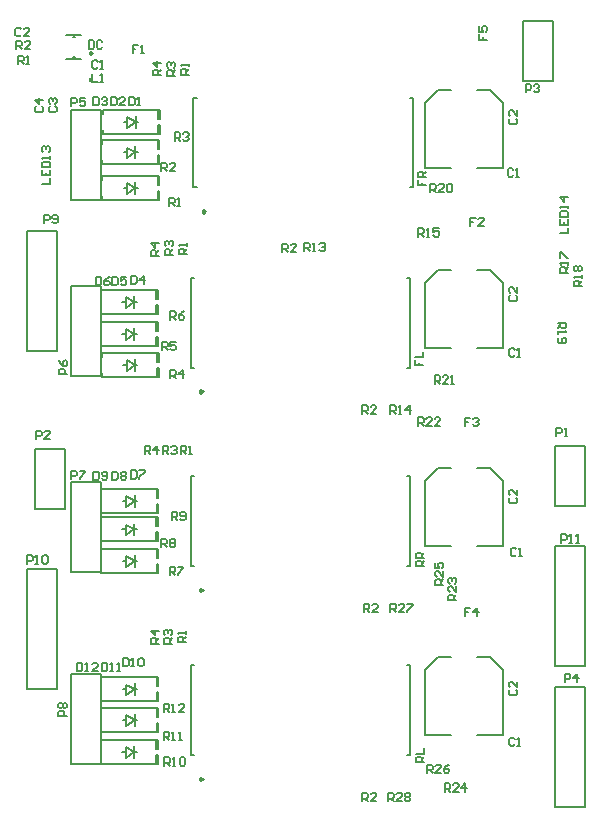
<source format=gto>
G04*
G04 #@! TF.GenerationSoftware,Altium Limited,Altium Designer,20.2.4 (192)*
G04*
G04 Layer_Color=65535*
%FSLAX25Y25*%
%MOIN*%
G70*
G04*
G04 #@! TF.SameCoordinates,3D83C255-6E39-4F9F-9407-39FC17F4EAEB*
G04*
G04*
G04 #@! TF.FilePolarity,Positive*
G04*
G01*
G75*
%ADD10C,0.00984*%
%ADD11C,0.00787*%
%ADD12C,0.00591*%
D10*
X66921Y203067D02*
X66183Y203493D01*
Y202641D01*
X66921Y203067D01*
X29210Y255872D02*
X28472Y256298D01*
Y255445D01*
X29210Y255872D01*
X66000Y143061D02*
X65262Y143487D01*
Y142635D01*
X66000Y143061D01*
Y76843D02*
X65262Y77269D01*
Y76417D01*
X66000Y76843D01*
Y13912D02*
X65262Y14338D01*
Y13486D01*
X66000Y13912D01*
D11*
X62886Y211039D02*
Y240961D01*
X135031D02*
X136114D01*
X62886D02*
X63968D01*
X136114Y211039D02*
Y240961D01*
X135031Y211039D02*
X136114D01*
X62886D02*
X63968D01*
X28331Y246409D02*
Y247590D01*
X22714Y254493D02*
X23305D01*
X22714Y261186D02*
X23305D01*
X20451Y253903D02*
X25569D01*
X20451Y261777D02*
X25569D01*
X193500Y105000D02*
Y125000D01*
X183500D02*
X193500D01*
X183500Y105000D02*
Y125000D01*
Y105000D02*
X193500D01*
X172713Y266500D02*
X182713D01*
Y246500D02*
Y266500D01*
X172713Y246500D02*
X182713D01*
X172713D02*
Y266500D01*
X183500Y91500D02*
X193500D01*
Y51500D02*
Y91500D01*
X183500Y51500D02*
Y91500D01*
Y51500D02*
X193500D01*
X7425Y84000D02*
X17425D01*
Y44000D02*
Y84000D01*
X7425Y44000D02*
Y84000D01*
Y44000D02*
X17425D01*
X7425Y196500D02*
X17425D01*
Y156500D02*
Y196500D01*
X7425Y156500D02*
Y196500D01*
Y156500D02*
X17425D01*
X22000Y48862D02*
X32000D01*
Y18862D02*
Y48862D01*
X22000Y18862D02*
X32000D01*
X22000D02*
Y48862D01*
Y82713D02*
Y112713D01*
Y82713D02*
X32000D01*
Y112713D01*
X22000D02*
X32000D01*
X22000Y148075D02*
Y178075D01*
Y148075D02*
X32000D01*
Y178075D01*
X22000D02*
X32000D01*
X22000Y207000D02*
Y237000D01*
Y207000D02*
X32000D01*
Y237000D01*
X22000D02*
X32000D01*
X183500Y4500D02*
X193500D01*
X183500D02*
Y44500D01*
X193500Y4500D02*
Y44500D01*
X183500D02*
X193500D01*
X10106Y104000D02*
X20106D01*
X10106D02*
Y124000D01*
X20106D01*
Y104000D02*
Y124000D01*
X43311Y41819D02*
Y45756D01*
X40555Y45362D02*
X43311Y43787D01*
X40555Y41819D02*
X43311Y43787D01*
X40555Y41819D02*
Y45362D01*
X43311Y43787D02*
X44098D01*
X39374D02*
X40555D01*
X43311Y31575D02*
Y35512D01*
X40555Y35118D02*
X43311Y33543D01*
X40555Y31575D02*
X43311Y33543D01*
X40555Y31575D02*
Y35118D01*
X43311Y33543D02*
X44098D01*
X39374D02*
X40555D01*
X43181Y20831D02*
Y24768D01*
X40425Y24374D02*
X43181Y22799D01*
X40425Y20831D02*
X43181Y22799D01*
X40425Y20831D02*
Y24374D01*
X43181Y22799D02*
X43968D01*
X39244D02*
X40425D01*
X39374Y106500D02*
X40555D01*
X43311D02*
X44098D01*
X40555Y104532D02*
Y108075D01*
Y104532D02*
X43311Y106500D01*
X40555Y108075D02*
X43311Y106500D01*
Y104532D02*
Y108468D01*
X39244Y97043D02*
X40425D01*
X43181D02*
X43968D01*
X40425Y95075D02*
Y98618D01*
Y95075D02*
X43181Y97043D01*
X40425Y98618D02*
X43181Y97043D01*
Y95075D02*
Y99012D01*
X39370Y86614D02*
X40551D01*
X43307D02*
X44094D01*
X40551Y84646D02*
Y88189D01*
Y84646D02*
X43307Y86614D01*
X40551Y88189D02*
X43307Y86614D01*
Y84646D02*
Y88583D01*
X39244Y172992D02*
X40425D01*
X43181D02*
X43968D01*
X40425Y171024D02*
Y174567D01*
Y171024D02*
X43181Y172992D01*
X40425Y174567D02*
X43181Y172992D01*
Y171024D02*
Y174961D01*
X39244Y162256D02*
X40425D01*
X43181D02*
X43968D01*
X40425Y160287D02*
Y163831D01*
Y160287D02*
X43181Y162256D01*
X40425Y163831D02*
X43181Y162256D01*
Y160287D02*
Y164224D01*
X39488Y151969D02*
X40669D01*
X43425D02*
X44213D01*
X40669Y150000D02*
Y153543D01*
Y150000D02*
X43425Y151969D01*
X40669Y153543D02*
X43425Y151969D01*
Y150000D02*
Y153937D01*
X39768Y233000D02*
X40949D01*
X43705D02*
X44492D01*
X40949Y231031D02*
Y234575D01*
Y231031D02*
X43705Y233000D01*
X40949Y234575D02*
X43705Y233000D01*
Y231031D02*
Y234968D01*
X39638Y222756D02*
X40819D01*
X43575D02*
X44362D01*
X40819Y220787D02*
Y224331D01*
Y220787D02*
X43575Y222756D01*
X40819Y224331D02*
X43575Y222756D01*
Y220787D02*
Y224724D01*
X39638Y210937D02*
X40819D01*
X43575D02*
X44362D01*
X40819Y208968D02*
Y212512D01*
Y208968D02*
X43575Y210937D01*
X40819Y212512D02*
X43575Y210937D01*
Y208968D02*
Y212906D01*
X157331Y217634D02*
X165992D01*
Y239287D01*
X161661Y243618D02*
X165992Y239287D01*
X157331Y243618D02*
X161661D01*
X140008Y217634D02*
X148669D01*
X140008D02*
Y239287D01*
X144339Y243618D01*
X148669D01*
X157331Y157628D02*
X165992D01*
Y179282D01*
X161661Y183612D02*
X165992Y179282D01*
X157331Y183612D02*
X161661D01*
X140008Y157628D02*
X148669D01*
X140008D02*
Y179282D01*
X144339Y183612D01*
X148669D01*
X157331Y91410D02*
X165992D01*
Y113063D01*
X161661Y117394D02*
X165992Y113063D01*
X157331Y117394D02*
X161661D01*
X140008Y91410D02*
X148669D01*
X140008D02*
Y113063D01*
X144339Y117394D01*
X148669D01*
X144339Y54469D02*
X148669D01*
X140008Y50138D02*
X144339Y54469D01*
X140008Y28484D02*
Y50138D01*
Y28484D02*
X148669D01*
X157331Y54469D02*
X161661D01*
X165992Y50138D01*
Y28484D02*
Y50138D01*
X157331Y28484D02*
X165992D01*
X61965Y151034D02*
X63047D01*
X134110D02*
X135193D01*
Y180955D01*
X61965D02*
X63047D01*
X134110D02*
X135193D01*
X61965Y151034D02*
Y180955D01*
Y84815D02*
Y114736D01*
X134110D02*
X135193D01*
X61965D02*
X63047D01*
X135193Y84815D02*
Y114736D01*
X134110Y84815D02*
X135193D01*
X61965D02*
X63047D01*
X61965Y21884D02*
X63047D01*
X134110D02*
X135193D01*
Y51806D01*
X61965D02*
X63047D01*
X134110D02*
X135193D01*
X61965Y21884D02*
Y51806D01*
X137622Y213541D02*
Y211704D01*
X139000D01*
Y212622D01*
Y211704D01*
X140377D01*
Y214459D02*
X137622D01*
Y215837D01*
X138082Y216296D01*
X139000D01*
X139459Y215837D01*
Y214459D01*
Y215377D02*
X140377Y216296D01*
X127827Y6410D02*
Y9165D01*
X129204D01*
X129663Y8706D01*
Y7787D01*
X129204Y7328D01*
X127827D01*
X128745D02*
X129663Y6410D01*
X132418D02*
X130582D01*
X132418Y8247D01*
Y8706D01*
X131959Y9165D01*
X131041D01*
X130582Y8706D01*
X133337D02*
X133796Y9165D01*
X134714D01*
X135173Y8706D01*
Y8247D01*
X134714Y7787D01*
X135173Y7328D01*
Y6869D01*
X134714Y6410D01*
X133796D01*
X133337Y6869D01*
Y7328D01*
X133796Y7787D01*
X133337Y8247D01*
Y8706D01*
X133796Y7787D02*
X134714D01*
X128610Y69489D02*
Y72244D01*
X129988D01*
X130447Y71785D01*
Y70866D01*
X129988Y70407D01*
X128610D01*
X129528D02*
X130447Y69489D01*
X133202D02*
X131365D01*
X133202Y71325D01*
Y71785D01*
X132743Y72244D01*
X131824D01*
X131365Y71785D01*
X134120Y72244D02*
X135957D01*
Y71785D01*
X134120Y69948D01*
Y69489D01*
X140827Y15910D02*
Y18665D01*
X142204D01*
X142663Y18206D01*
Y17287D01*
X142204Y16828D01*
X140827D01*
X141745D02*
X142663Y15910D01*
X145418D02*
X143582D01*
X145418Y17747D01*
Y18206D01*
X144959Y18665D01*
X144041D01*
X143582Y18206D01*
X148173Y18665D02*
X147255Y18206D01*
X146337Y17287D01*
Y16369D01*
X146796Y15910D01*
X147714D01*
X148173Y16369D01*
Y16828D01*
X147714Y17287D01*
X146337D01*
X146259Y78610D02*
X143504D01*
Y79988D01*
X143964Y80447D01*
X144882D01*
X145341Y79988D01*
Y78610D01*
Y79528D02*
X146259Y80447D01*
Y83202D02*
Y81365D01*
X144423Y83202D01*
X143964D01*
X143504Y82743D01*
Y81824D01*
X143964Y81365D01*
X143504Y85957D02*
Y84120D01*
X144882D01*
X144423Y85039D01*
Y85498D01*
X144882Y85957D01*
X145800D01*
X146259Y85498D01*
Y84579D01*
X145800Y84120D01*
X146720Y9646D02*
Y12401D01*
X148098D01*
X148557Y11942D01*
Y11024D01*
X148098Y10565D01*
X146720D01*
X147639D02*
X148557Y9646D01*
X151312D02*
X149475D01*
X151312Y11483D01*
Y11942D01*
X150853Y12401D01*
X149934D01*
X149475Y11942D01*
X153608Y9646D02*
Y12401D01*
X152230Y11024D01*
X154067D01*
X150590Y73492D02*
X147835D01*
Y74870D01*
X148294Y75329D01*
X149213D01*
X149672Y74870D01*
Y73492D01*
Y74410D02*
X150590Y75329D01*
Y78084D02*
Y76247D01*
X148753Y78084D01*
X148294D01*
X147835Y77624D01*
Y76706D01*
X148294Y76247D01*
Y79002D02*
X147835Y79461D01*
Y80379D01*
X148294Y80839D01*
X148753D01*
X149213Y80379D01*
Y79920D01*
Y80379D01*
X149672Y80839D01*
X150131D01*
X150590Y80379D01*
Y79461D01*
X150131Y79002D01*
X137827Y131623D02*
Y134378D01*
X139204D01*
X139663Y133918D01*
Y133000D01*
X139204Y132541D01*
X137827D01*
X138745D02*
X139663Y131623D01*
X142418D02*
X140582D01*
X142418Y133459D01*
Y133918D01*
X141959Y134378D01*
X141041D01*
X140582Y133918D01*
X145173Y131623D02*
X143337D01*
X145173Y133459D01*
Y133918D01*
X144714Y134378D01*
X143796D01*
X143337Y133918D01*
X143286Y145623D02*
Y148378D01*
X144663D01*
X145123Y147918D01*
Y147000D01*
X144663Y146541D01*
X143286D01*
X144204D02*
X145123Y145623D01*
X147878D02*
X146041D01*
X147878Y147459D01*
Y147918D01*
X147418Y148378D01*
X146500D01*
X146041Y147918D01*
X148796Y145623D02*
X149714D01*
X149255D01*
Y148378D01*
X148796Y147918D01*
X141827Y209410D02*
Y212165D01*
X143204D01*
X143663Y211706D01*
Y210787D01*
X143204Y210328D01*
X141827D01*
X142745D02*
X143663Y209410D01*
X146418D02*
X144582D01*
X146418Y211247D01*
Y211706D01*
X145959Y212165D01*
X145041D01*
X144582Y211706D01*
X147337D02*
X147796Y212165D01*
X148714D01*
X149173Y211706D01*
Y209869D01*
X148714Y209410D01*
X147796D01*
X147337Y209869D01*
Y211706D01*
X137895Y194685D02*
Y197441D01*
X139272D01*
X139732Y196981D01*
Y196063D01*
X139272Y195604D01*
X137895D01*
X138813D02*
X139732Y194685D01*
X140650D02*
X141568D01*
X141109D01*
Y197441D01*
X140650Y196981D01*
X144782Y197441D02*
X142946D01*
Y196063D01*
X143864Y196522D01*
X144323D01*
X144782Y196063D01*
Y195145D01*
X144323Y194685D01*
X143405D01*
X142946Y195145D01*
X128556Y135623D02*
Y138377D01*
X129934D01*
X130393Y137918D01*
Y137000D01*
X129934Y136541D01*
X128556D01*
X129475D02*
X130393Y135623D01*
X131311D02*
X132230D01*
X131770D01*
Y138377D01*
X131311Y137918D01*
X134985Y135623D02*
Y138377D01*
X133607Y137000D01*
X135444D01*
X99887Y189792D02*
Y192547D01*
X101264D01*
X101724Y192088D01*
Y191169D01*
X101264Y190710D01*
X99887D01*
X100805D02*
X101724Y189792D01*
X102642D02*
X103560D01*
X103101D01*
Y192547D01*
X102642Y192088D01*
X104938D02*
X105397Y192547D01*
X106315D01*
X106774Y192088D01*
Y191629D01*
X106315Y191169D01*
X105856D01*
X106315D01*
X106774Y190710D01*
Y190251D01*
X106315Y189792D01*
X105397D01*
X104938Y190251D01*
X158123Y262041D02*
Y260204D01*
X159500D01*
Y261122D01*
Y260204D01*
X160878D01*
X158123Y264796D02*
Y262959D01*
X159500D01*
X159041Y263878D01*
Y264337D01*
X159500Y264796D01*
X160418D01*
X160878Y264337D01*
Y263418D01*
X160418Y262959D01*
X29163Y248878D02*
Y246123D01*
X31000D01*
X31918D02*
X32837D01*
X32377D01*
Y248878D01*
X31918Y248418D01*
X52165Y248492D02*
X49410D01*
Y249869D01*
X49869Y250328D01*
X50787D01*
X51247Y249869D01*
Y248492D01*
Y249410D02*
X52165Y250328D01*
Y252624D02*
X49410D01*
X50787Y251247D01*
Y253083D01*
X56877Y248204D02*
X54123D01*
Y249582D01*
X54582Y250041D01*
X55500D01*
X55959Y249582D01*
Y248204D01*
Y249123D02*
X56877Y250041D01*
X54582Y250959D02*
X54123Y251418D01*
Y252337D01*
X54582Y252796D01*
X55041D01*
X55500Y252337D01*
Y251877D01*
Y252337D01*
X55959Y252796D01*
X56418D01*
X56877Y252337D01*
Y251418D01*
X56418Y250959D01*
X28019Y260039D02*
Y257284D01*
X29397D01*
X29856Y257743D01*
Y259580D01*
X29397Y260039D01*
X28019D01*
X32611Y259580D02*
X32152Y260039D01*
X31233D01*
X30774Y259580D01*
Y257743D01*
X31233Y257284D01*
X32152D01*
X32611Y257743D01*
X155237Y70855D02*
X153400D01*
Y69477D01*
X154318D01*
X153400D01*
Y68100D01*
X157533D02*
Y70855D01*
X156155Y69477D01*
X157992D01*
X155237Y134355D02*
X153400D01*
Y132977D01*
X154318D01*
X153400D01*
Y131600D01*
X156155Y133896D02*
X156614Y134355D01*
X157533D01*
X157992Y133896D01*
Y133437D01*
X157533Y132977D01*
X157073D01*
X157533D01*
X157992Y132518D01*
Y132059D01*
X157533Y131600D01*
X156614D01*
X156155Y132059D01*
X157021Y200984D02*
X155184D01*
Y199606D01*
X156103D01*
X155184D01*
Y198229D01*
X159776D02*
X157940D01*
X159776Y200065D01*
Y200525D01*
X159317Y200984D01*
X158399D01*
X157940Y200525D01*
X44488Y258464D02*
X42652D01*
Y257087D01*
X43570D01*
X42652D01*
Y255709D01*
X45406D02*
X46325D01*
X45866D01*
Y258464D01*
X45406Y258005D01*
X183900Y128200D02*
Y130955D01*
X185277D01*
X185737Y130496D01*
Y129578D01*
X185277Y129118D01*
X183900D01*
X186655Y128200D02*
X187573D01*
X187114D01*
Y130955D01*
X186655Y130496D01*
X173688Y242717D02*
Y245472D01*
X175066D01*
X175525Y245013D01*
Y244094D01*
X175066Y243635D01*
X173688D01*
X176443Y245013D02*
X176903Y245472D01*
X177821D01*
X178280Y245013D01*
Y244554D01*
X177821Y244094D01*
X177362D01*
X177821D01*
X178280Y243635D01*
Y243176D01*
X177821Y242717D01*
X176903D01*
X176443Y243176D01*
X184343Y165991D02*
X187098D01*
Y164613D01*
X186639Y164154D01*
X185721D01*
X185261Y164613D01*
Y165991D01*
Y165073D02*
X184343Y164154D01*
Y163236D02*
Y162318D01*
Y162777D01*
X187098D01*
X186639Y163236D01*
X184802Y160940D02*
X184343Y160481D01*
Y159563D01*
X184802Y159104D01*
X186639D01*
X187098Y159563D01*
Y160481D01*
X186639Y160940D01*
X186180D01*
X185721Y160481D01*
Y159104D01*
X192377Y178056D02*
X189622D01*
Y179434D01*
X190082Y179893D01*
X191000D01*
X191459Y179434D01*
Y178056D01*
Y178975D02*
X192377Y179893D01*
Y180811D02*
Y181730D01*
Y181270D01*
X189622D01*
X190082Y180811D01*
Y183107D02*
X189622Y183566D01*
Y184485D01*
X190082Y184944D01*
X190541D01*
X191000Y184485D01*
X191459Y184944D01*
X191918D01*
X192377Y184485D01*
Y183566D01*
X191918Y183107D01*
X191459D01*
X191000Y183566D01*
X190541Y183107D01*
X190082D01*
X191000Y183566D02*
Y184485D01*
X187878Y182556D02*
X185123D01*
Y183934D01*
X185582Y184393D01*
X186500D01*
X186959Y183934D01*
Y182556D01*
Y183475D02*
X187878Y184393D01*
Y185311D02*
Y186230D01*
Y185770D01*
X185123D01*
X185582Y185311D01*
X185123Y187607D02*
Y189444D01*
X185582D01*
X187418Y187607D01*
X187878D01*
X53056Y36123D02*
Y38877D01*
X54434D01*
X54893Y38418D01*
Y37500D01*
X54434Y37041D01*
X53056D01*
X53975D02*
X54893Y36123D01*
X55811D02*
X56730D01*
X56270D01*
Y38877D01*
X55811Y38418D01*
X59944Y36123D02*
X58107D01*
X59944Y37959D01*
Y38418D01*
X59485Y38877D01*
X58566D01*
X58107Y38418D01*
X53015Y26910D02*
Y29665D01*
X54393D01*
X54852Y29206D01*
Y28287D01*
X54393Y27828D01*
X53015D01*
X53934D02*
X54852Y26910D01*
X55770D02*
X56689D01*
X56230D01*
Y29665D01*
X55770Y29206D01*
X58066Y26910D02*
X58985D01*
X58525D01*
Y29665D01*
X58066Y29206D01*
X53249Y18307D02*
Y21062D01*
X54627D01*
X55086Y20603D01*
Y19685D01*
X54627Y19226D01*
X53249D01*
X54167D02*
X55086Y18307D01*
X56004D02*
X56923D01*
X56463D01*
Y21062D01*
X56004Y20603D01*
X58300D02*
X58759Y21062D01*
X59677D01*
X60137Y20603D01*
Y18767D01*
X59677Y18307D01*
X58759D01*
X58300Y18767D01*
Y20603D01*
X55704Y100122D02*
Y102877D01*
X57082D01*
X57541Y102418D01*
Y101500D01*
X57082Y101041D01*
X55704D01*
X56622D02*
X57541Y100122D01*
X58459Y100582D02*
X58918Y100122D01*
X59837D01*
X60296Y100582D01*
Y102418D01*
X59837Y102877D01*
X58918D01*
X58459Y102418D01*
Y101959D01*
X58918Y101500D01*
X60296D01*
X52204Y91197D02*
Y93952D01*
X53582D01*
X54041Y93493D01*
Y92575D01*
X53582Y92116D01*
X52204D01*
X53123D02*
X54041Y91197D01*
X54959Y93493D02*
X55418Y93952D01*
X56337D01*
X56796Y93493D01*
Y93034D01*
X56337Y92575D01*
X56796Y92116D01*
Y91657D01*
X56337Y91197D01*
X55418D01*
X54959Y91657D01*
Y92116D01*
X55418Y92575D01*
X54959Y93034D01*
Y93493D01*
X55418Y92575D02*
X56337D01*
X54984Y81871D02*
Y84626D01*
X56361D01*
X56820Y84166D01*
Y83248D01*
X56361Y82789D01*
X54984D01*
X55902D02*
X56820Y81871D01*
X57739Y84626D02*
X59575D01*
Y84166D01*
X57739Y82330D01*
Y81871D01*
X55204Y167016D02*
Y169771D01*
X56582D01*
X57041Y169312D01*
Y168394D01*
X56582Y167935D01*
X55204D01*
X56122D02*
X57041Y167016D01*
X59796Y169771D02*
X58877Y169312D01*
X57959Y168394D01*
Y167475D01*
X58418Y167016D01*
X59337D01*
X59796Y167475D01*
Y167935D01*
X59337Y168394D01*
X57959D01*
X52460Y156804D02*
Y159559D01*
X53838D01*
X54297Y159099D01*
Y158181D01*
X53838Y157722D01*
X52460D01*
X53378D02*
X54297Y156804D01*
X57052Y159559D02*
X55215D01*
Y158181D01*
X56133Y158640D01*
X56593D01*
X57052Y158181D01*
Y157263D01*
X56593Y156804D01*
X55674D01*
X55215Y157263D01*
X55185Y147441D02*
Y150196D01*
X56562D01*
X57021Y149737D01*
Y148819D01*
X56562Y148360D01*
X55185D01*
X56103D02*
X57021Y147441D01*
X59317D02*
Y150196D01*
X57939Y148819D01*
X59776D01*
X51377Y188255D02*
X48623D01*
Y189633D01*
X49082Y190092D01*
X50000D01*
X50459Y189633D01*
Y188255D01*
Y189174D02*
X51377Y190092D01*
Y192388D02*
X48623D01*
X50000Y191010D01*
Y192847D01*
X46704Y122123D02*
Y124878D01*
X48082D01*
X48541Y124418D01*
Y123500D01*
X48082Y123041D01*
X46704D01*
X47622D02*
X48541Y122123D01*
X50837D02*
Y124878D01*
X49459Y123500D01*
X51296D01*
X51377Y58992D02*
X48623D01*
Y60369D01*
X49082Y60828D01*
X50000D01*
X50459Y60369D01*
Y58992D01*
Y59910D02*
X51377Y60828D01*
Y63124D02*
X48623D01*
X50000Y61747D01*
Y63583D01*
X56704Y226623D02*
Y229378D01*
X58082D01*
X58541Y228918D01*
Y228000D01*
X58082Y227541D01*
X56704D01*
X57622D02*
X58541Y226623D01*
X59459Y228918D02*
X59918Y229378D01*
X60837D01*
X61296Y228918D01*
Y228459D01*
X60837Y228000D01*
X60378D01*
X60837D01*
X61296Y227541D01*
Y227082D01*
X60837Y226623D01*
X59918D01*
X59459Y227082D01*
X56102Y188649D02*
X53347D01*
Y190026D01*
X53806Y190486D01*
X54724D01*
X55184Y190026D01*
Y188649D01*
Y189567D02*
X56102Y190486D01*
X53806Y191404D02*
X53347Y191863D01*
Y192781D01*
X53806Y193241D01*
X54265D01*
X54724Y192781D01*
Y192322D01*
Y192781D01*
X55184Y193241D01*
X55643D01*
X56102Y192781D01*
Y191863D01*
X55643Y191404D01*
X52704Y122123D02*
Y124878D01*
X54082D01*
X54541Y124418D01*
Y123500D01*
X54082Y123041D01*
X52704D01*
X53623D02*
X54541Y122123D01*
X55459Y124418D02*
X55918Y124878D01*
X56837D01*
X57296Y124418D01*
Y123959D01*
X56837Y123500D01*
X56378D01*
X56837D01*
X57296Y123041D01*
Y122582D01*
X56837Y122123D01*
X55918D01*
X55459Y122582D01*
X55878Y58992D02*
X53123D01*
Y60369D01*
X53582Y60828D01*
X54500D01*
X54959Y60369D01*
Y58992D01*
Y59910D02*
X55878Y60828D01*
X53582Y61747D02*
X53123Y62206D01*
Y63124D01*
X53582Y63583D01*
X54041D01*
X54500Y63124D01*
Y62665D01*
Y63124D01*
X54959Y63583D01*
X55418D01*
X55878Y63124D01*
Y62206D01*
X55418Y61747D01*
X52204Y216516D02*
Y219271D01*
X53582D01*
X54041Y218812D01*
Y217894D01*
X53582Y217435D01*
X52204D01*
X53123D02*
X54041Y216516D01*
X56796D02*
X54959D01*
X56796Y218353D01*
Y218812D01*
X56337Y219271D01*
X55418D01*
X54959Y218812D01*
X92574Y189556D02*
Y192311D01*
X93952D01*
X94411Y191851D01*
Y190933D01*
X93952Y190474D01*
X92574D01*
X93493D02*
X94411Y189556D01*
X97166D02*
X95329D01*
X97166Y191392D01*
Y191851D01*
X96707Y192311D01*
X95788D01*
X95329Y191851D01*
X119204Y135623D02*
Y138377D01*
X120582D01*
X121041Y137918D01*
Y137000D01*
X120582Y136541D01*
X119204D01*
X120123D02*
X121041Y135623D01*
X123796D02*
X121959D01*
X123796Y137459D01*
Y137918D01*
X123337Y138377D01*
X122418D01*
X121959Y137918D01*
X119751Y69489D02*
Y72244D01*
X121129D01*
X121588Y71785D01*
Y70866D01*
X121129Y70407D01*
X119751D01*
X120670D02*
X121588Y69489D01*
X124343D02*
X122506D01*
X124343Y71325D01*
Y71785D01*
X123884Y72244D01*
X122966D01*
X122506Y71785D01*
X119204Y6410D02*
Y9165D01*
X120582D01*
X121041Y8706D01*
Y7787D01*
X120582Y7328D01*
X119204D01*
X120123D02*
X121041Y6410D01*
X123796D02*
X121959D01*
X123796Y8247D01*
Y8706D01*
X123337Y9165D01*
X122418D01*
X121959Y8706D01*
X3871Y257122D02*
Y259877D01*
X5249D01*
X5708Y259418D01*
Y258500D01*
X5249Y258041D01*
X3871D01*
X4790D02*
X5708Y257122D01*
X8463D02*
X6626D01*
X8463Y258959D01*
Y259418D01*
X8004Y259877D01*
X7085D01*
X6626Y259418D01*
X54856Y204922D02*
Y207677D01*
X56234D01*
X56693Y207218D01*
Y206299D01*
X56234Y205840D01*
X54856D01*
X55775D02*
X56693Y204922D01*
X57611D02*
X58530D01*
X58070D01*
Y207677D01*
X57611Y207218D01*
X61378Y248663D02*
X58622D01*
Y250041D01*
X59082Y250500D01*
X60000D01*
X60459Y250041D01*
Y248663D01*
Y249582D02*
X61378Y250500D01*
Y251418D02*
Y252337D01*
Y251877D01*
X58622D01*
X59082Y251418D01*
X60826Y188715D02*
X58071D01*
Y190092D01*
X58530Y190551D01*
X59449D01*
X59908Y190092D01*
Y188715D01*
Y189633D02*
X60826Y190551D01*
Y191470D02*
Y192388D01*
Y191929D01*
X58071D01*
X58530Y191470D01*
X58663Y122123D02*
Y124878D01*
X60041D01*
X60500Y124418D01*
Y123500D01*
X60041Y123041D01*
X58663D01*
X59582D02*
X60500Y122123D01*
X61418D02*
X62337D01*
X61878D01*
Y124878D01*
X61418Y124418D01*
X60378Y59451D02*
X57622D01*
Y60828D01*
X58082Y61287D01*
X59000D01*
X59459Y60828D01*
Y59451D01*
Y60369D02*
X60378Y61287D01*
Y62206D02*
Y63124D01*
Y62665D01*
X57622D01*
X58082Y62206D01*
X4462Y252166D02*
Y254921D01*
X5840D01*
X6299Y254462D01*
Y253543D01*
X5840Y253084D01*
X4462D01*
X5381D02*
X6299Y252166D01*
X7218D02*
X8136D01*
X7677D01*
Y254921D01*
X7218Y254462D01*
X185515Y92623D02*
Y95377D01*
X186893D01*
X187352Y94918D01*
Y94000D01*
X186893Y93541D01*
X185515D01*
X188270Y92623D02*
X189189D01*
X188730D01*
Y95377D01*
X188270Y94918D01*
X190566Y92623D02*
X191485D01*
X191025D01*
Y95377D01*
X190566Y94918D01*
X7481Y85623D02*
Y88377D01*
X8859D01*
X9318Y87918D01*
Y87000D01*
X8859Y86541D01*
X7481D01*
X10237Y85623D02*
X11155D01*
X10696D01*
Y88377D01*
X10237Y87918D01*
X12532D02*
X12991Y88377D01*
X13910D01*
X14369Y87918D01*
Y86082D01*
X13910Y85623D01*
X12991D01*
X12532Y86082D01*
Y87918D01*
X13129Y199123D02*
Y201877D01*
X14507D01*
X14966Y201418D01*
Y200500D01*
X14507Y200041D01*
X13129D01*
X15884Y199582D02*
X16343Y199123D01*
X17262D01*
X17721Y199582D01*
Y201418D01*
X17262Y201877D01*
X16343D01*
X15884Y201418D01*
Y200959D01*
X16343Y200500D01*
X17721D01*
X20669Y34712D02*
X17914D01*
Y36090D01*
X18373Y36549D01*
X19291D01*
X19750Y36090D01*
Y34712D01*
X18373Y37467D02*
X17914Y37926D01*
Y38844D01*
X18373Y39304D01*
X18832D01*
X19291Y38844D01*
X19750Y39304D01*
X20210D01*
X20669Y38844D01*
Y37926D01*
X20210Y37467D01*
X19750D01*
X19291Y37926D01*
X18832Y37467D01*
X18373D01*
X19291Y37926D02*
Y38844D01*
X22204Y113835D02*
Y116590D01*
X23582D01*
X24041Y116131D01*
Y115213D01*
X23582Y114753D01*
X22204D01*
X24959Y116590D02*
X26796D01*
Y116131D01*
X24959Y114294D01*
Y113835D01*
X20877Y148779D02*
X18123D01*
Y150156D01*
X18582Y150616D01*
X19500D01*
X19959Y150156D01*
Y148779D01*
X18123Y153371D02*
X18582Y152452D01*
X19500Y151534D01*
X20418D01*
X20877Y151993D01*
Y152911D01*
X20418Y153371D01*
X19959D01*
X19500Y152911D01*
Y151534D01*
X22204Y238123D02*
Y240878D01*
X23582D01*
X24041Y240418D01*
Y239500D01*
X23582Y239041D01*
X22204D01*
X26796Y240878D02*
X24959D01*
Y239500D01*
X25877Y239959D01*
X26337D01*
X26796Y239500D01*
Y238582D01*
X26337Y238123D01*
X25418D01*
X24959Y238582D01*
X186704Y46123D02*
Y48878D01*
X188082D01*
X188541Y48418D01*
Y47500D01*
X188082Y47041D01*
X186704D01*
X190837Y46123D02*
Y48878D01*
X189459Y47500D01*
X191296D01*
X10506Y127200D02*
Y129955D01*
X11884D01*
X12343Y129496D01*
Y128577D01*
X11884Y128118D01*
X10506D01*
X15098Y127200D02*
X13261D01*
X15098Y129037D01*
Y129496D01*
X14639Y129955D01*
X13721D01*
X13261Y129496D01*
X185123Y195801D02*
X187878D01*
Y197638D01*
X185123Y200393D02*
Y198556D01*
X187878D01*
Y200393D01*
X186500Y198556D02*
Y199475D01*
X185123Y201311D02*
X187878D01*
Y202689D01*
X187418Y203148D01*
X185582D01*
X185123Y202689D01*
Y201311D01*
X187878Y204066D02*
Y204985D01*
Y204525D01*
X185123D01*
X185582Y204066D01*
X187878Y207740D02*
X185123D01*
X186500Y206362D01*
Y208199D01*
X12402Y212305D02*
X15157D01*
Y214142D01*
X12402Y216897D02*
Y215060D01*
X15157D01*
Y216897D01*
X13780Y215060D02*
Y215979D01*
X12402Y217815D02*
X15157D01*
Y219193D01*
X14698Y219652D01*
X12861D01*
X12402Y219193D01*
Y217815D01*
X15157Y220570D02*
Y221488D01*
Y221029D01*
X12402D01*
X12861Y220570D01*
Y222866D02*
X12402Y223325D01*
Y224244D01*
X12861Y224703D01*
X13320D01*
X13780Y224244D01*
Y223784D01*
Y224244D01*
X14239Y224703D01*
X14698D01*
X15157Y224244D01*
Y223325D01*
X14698Y222866D01*
X24115Y52559D02*
Y49804D01*
X25493D01*
X25952Y50263D01*
Y52099D01*
X25493Y52559D01*
X24115D01*
X26870Y49804D02*
X27789D01*
X27329D01*
Y52559D01*
X26870Y52099D01*
X31003Y49804D02*
X29166D01*
X31003Y51640D01*
Y52099D01*
X30544Y52559D01*
X29625D01*
X29166Y52099D01*
X32449Y52559D02*
Y49804D01*
X33826D01*
X34285Y50263D01*
Y52099D01*
X33826Y52559D01*
X32449D01*
X35203Y49804D02*
X36122D01*
X35663D01*
Y52559D01*
X35203Y52099D01*
X37499Y49804D02*
X38418D01*
X37958D01*
Y52559D01*
X37499Y52099D01*
X39470Y54133D02*
Y51378D01*
X40847D01*
X41306Y51838D01*
Y53674D01*
X40847Y54133D01*
X39470D01*
X42225Y51378D02*
X43143D01*
X42684D01*
Y54133D01*
X42225Y53674D01*
X44521D02*
X44980Y54133D01*
X45898D01*
X46357Y53674D01*
Y51838D01*
X45898Y51378D01*
X44980D01*
X44521Y51838D01*
Y53674D01*
X29594Y116338D02*
Y113583D01*
X30971D01*
X31431Y114042D01*
Y115879D01*
X30971Y116338D01*
X29594D01*
X32349Y114042D02*
X32808Y113583D01*
X33726D01*
X34186Y114042D01*
Y115879D01*
X33726Y116338D01*
X32808D01*
X32349Y115879D01*
Y115420D01*
X32808Y114961D01*
X34186D01*
X35893Y116338D02*
Y113583D01*
X37271D01*
X37730Y114042D01*
Y115879D01*
X37271Y116338D01*
X35893D01*
X38648Y115879D02*
X39107Y116338D01*
X40026D01*
X40485Y115879D01*
Y115420D01*
X40026Y114961D01*
X40485Y114502D01*
Y114042D01*
X40026Y113583D01*
X39107D01*
X38648Y114042D01*
Y114502D01*
X39107Y114961D01*
X38648Y115420D01*
Y115879D01*
X39107Y114961D02*
X40026D01*
X42192Y116732D02*
Y113977D01*
X43570D01*
X44029Y114436D01*
Y116273D01*
X43570Y116732D01*
X42192D01*
X44947D02*
X46784D01*
Y116273D01*
X44947Y114436D01*
Y113977D01*
X30381Y181299D02*
Y178544D01*
X31759D01*
X32218Y179003D01*
Y180840D01*
X31759Y181299D01*
X30381D01*
X34973D02*
X34055Y180840D01*
X33136Y179921D01*
Y179003D01*
X33595Y178544D01*
X34514D01*
X34973Y179003D01*
Y179462D01*
X34514Y179921D01*
X33136D01*
X35893Y181299D02*
Y178544D01*
X37271D01*
X37730Y179003D01*
Y180840D01*
X37271Y181299D01*
X35893D01*
X40485D02*
X38648D01*
Y179921D01*
X39566Y180380D01*
X40026D01*
X40485Y179921D01*
Y179003D01*
X40026Y178544D01*
X39107D01*
X38648Y179003D01*
X42192Y181693D02*
Y178937D01*
X43570D01*
X44029Y179397D01*
Y181233D01*
X43570Y181693D01*
X42192D01*
X46325Y178937D02*
Y181693D01*
X44947Y180315D01*
X46784D01*
X29594Y241141D02*
Y238386D01*
X30971D01*
X31431Y238845D01*
Y240682D01*
X30971Y241141D01*
X29594D01*
X32349Y240682D02*
X32808Y241141D01*
X33726D01*
X34186Y240682D01*
Y240223D01*
X33726Y239764D01*
X33267D01*
X33726D01*
X34186Y239305D01*
Y238845D01*
X33726Y238386D01*
X32808D01*
X32349Y238845D01*
X35499Y241141D02*
Y238386D01*
X36877D01*
X37336Y238845D01*
Y240682D01*
X36877Y241141D01*
X35499D01*
X40091Y238386D02*
X38254D01*
X40091Y240223D01*
Y240682D01*
X39632Y241141D01*
X38714D01*
X38254Y240682D01*
X41470Y241141D02*
Y238386D01*
X42848D01*
X43307Y238845D01*
Y240682D01*
X42848Y241141D01*
X41470D01*
X44225Y238386D02*
X45144D01*
X44685D01*
Y241141D01*
X44225Y240682D01*
X10582Y238041D02*
X10123Y237582D01*
Y236663D01*
X10582Y236204D01*
X12418D01*
X12878Y236663D01*
Y237582D01*
X12418Y238041D01*
X12878Y240337D02*
X10123D01*
X11500Y238959D01*
Y240796D01*
X15082Y238041D02*
X14623Y237582D01*
Y236663D01*
X15082Y236204D01*
X16918D01*
X17378Y236663D01*
Y237582D01*
X16918Y238041D01*
X15082Y238959D02*
X14623Y239418D01*
Y240337D01*
X15082Y240796D01*
X15541D01*
X16000Y240337D01*
Y239878D01*
Y240337D01*
X16459Y240796D01*
X16918D01*
X17378Y240337D01*
Y239418D01*
X16918Y238959D01*
X168582Y233978D02*
X168122Y233519D01*
Y232600D01*
X168582Y232141D01*
X170418D01*
X170878Y232600D01*
Y233519D01*
X170418Y233978D01*
X170878Y236733D02*
Y234896D01*
X169041Y236733D01*
X168582D01*
X168122Y236274D01*
Y235355D01*
X168582Y234896D01*
Y175041D02*
X168122Y174582D01*
Y173663D01*
X168582Y173204D01*
X170418D01*
X170878Y173663D01*
Y174582D01*
X170418Y175041D01*
X170878Y177796D02*
Y175959D01*
X169041Y177796D01*
X168582D01*
X168122Y177337D01*
Y176418D01*
X168582Y175959D01*
Y107541D02*
X168122Y107082D01*
Y106163D01*
X168582Y105704D01*
X170418D01*
X170878Y106163D01*
Y107082D01*
X170418Y107541D01*
X170878Y110296D02*
Y108459D01*
X169041Y110296D01*
X168582D01*
X168122Y109837D01*
Y108918D01*
X168582Y108459D01*
Y43541D02*
X168122Y43082D01*
Y42163D01*
X168582Y41704D01*
X170418D01*
X170878Y42163D01*
Y43082D01*
X170418Y43541D01*
X170878Y46296D02*
Y44459D01*
X169041Y46296D01*
X168582D01*
X168122Y45837D01*
Y44918D01*
X168582Y44459D01*
X5452Y263812D02*
X4993Y264271D01*
X4075D01*
X3615Y263812D01*
Y261975D01*
X4075Y261516D01*
X4993D01*
X5452Y261975D01*
X8207Y261516D02*
X6370D01*
X8207Y263353D01*
Y263812D01*
X7748Y264271D01*
X6830D01*
X6370Y263812D01*
X169500Y216918D02*
X169041Y217377D01*
X168122D01*
X167663Y216918D01*
Y215082D01*
X168122Y214622D01*
X169041D01*
X169500Y215082D01*
X170418Y214622D02*
X171337D01*
X170878D01*
Y217377D01*
X170418Y216918D01*
X170000Y156918D02*
X169541Y157378D01*
X168623D01*
X168163Y156918D01*
Y155082D01*
X168623Y154622D01*
X169541D01*
X170000Y155082D01*
X170918Y154622D02*
X171837D01*
X171378D01*
Y157378D01*
X170918Y156918D01*
X170500Y90418D02*
X170041Y90877D01*
X169123D01*
X168663Y90418D01*
Y88582D01*
X169123Y88122D01*
X170041D01*
X170500Y88582D01*
X171418Y88122D02*
X172337D01*
X171878D01*
Y90877D01*
X171418Y90418D01*
X170000Y27206D02*
X169541Y27665D01*
X168623D01*
X168163Y27206D01*
Y25369D01*
X168623Y24910D01*
X169541D01*
X170000Y25369D01*
X170918Y24910D02*
X171837D01*
X171378D01*
Y27665D01*
X170918Y27206D01*
X31000Y252918D02*
X30541Y253378D01*
X29623D01*
X29163Y252918D01*
Y251082D01*
X29623Y250623D01*
X30541D01*
X31000Y251082D01*
X31918Y250623D02*
X32837D01*
X32377D01*
Y253378D01*
X31918Y252918D01*
X136623Y153541D02*
Y151704D01*
X138000D01*
Y152622D01*
Y151704D01*
X139377D01*
X136623Y154459D02*
X139377D01*
Y156296D01*
X139877Y84704D02*
X137122D01*
Y86082D01*
X137582Y86541D01*
X138500D01*
X138959Y86082D01*
Y84704D01*
Y85623D02*
X139877Y86541D01*
Y87459D02*
X137122D01*
Y88837D01*
X137582Y89296D01*
X138500D01*
X138959Y88837D01*
Y87459D01*
Y88377D02*
X139877Y89296D01*
Y19492D02*
X137122D01*
Y20869D01*
X137582Y21328D01*
X138500D01*
X138959Y20869D01*
Y19492D01*
Y20410D02*
X139877Y21328D01*
X137122Y22247D02*
X139877D01*
Y24083D01*
D12*
X50736Y44787D02*
Y47787D01*
Y44787D02*
X51236D01*
Y47787D01*
X50736D02*
X51236D01*
X50736Y39787D02*
X51236D01*
Y42787D01*
X50736D02*
X51236D01*
X50736Y39787D02*
Y42787D01*
X32236Y47787D02*
X50736D01*
X32236Y39787D02*
X50736D01*
X32236Y46445D02*
Y47787D01*
Y39787D02*
Y41130D01*
X50736Y34543D02*
Y37543D01*
Y34543D02*
X51236D01*
Y37543D01*
X50736D02*
X51236D01*
X50736Y29543D02*
X51236D01*
Y32543D01*
X50736D02*
X51236D01*
X50736Y29543D02*
Y32543D01*
X32236Y37543D02*
X50736D01*
X32236Y29543D02*
X50736D01*
X32236Y36201D02*
Y37543D01*
Y29543D02*
Y30886D01*
X50606Y23799D02*
Y26799D01*
Y23799D02*
X51106D01*
Y26799D01*
X50606D02*
X51106D01*
X50606Y18799D02*
X51106D01*
Y21799D01*
X50606D02*
X51106D01*
X50606Y18799D02*
Y21799D01*
X32106Y26799D02*
X50606D01*
X32106Y18799D02*
X50606D01*
X32106Y25457D02*
Y26799D01*
Y18799D02*
Y20142D01*
X32236Y102500D02*
Y103842D01*
Y109158D02*
Y110500D01*
Y102500D02*
X50736D01*
X32236Y110500D02*
X50736D01*
Y102500D02*
Y105500D01*
X51236D01*
Y102500D02*
Y105500D01*
X50736Y102500D02*
X51236D01*
X50736Y110500D02*
X51236D01*
Y107500D02*
Y110500D01*
X50736Y107500D02*
X51236D01*
X50736D02*
Y110500D01*
X32106Y93043D02*
Y94386D01*
Y99701D02*
Y101043D01*
Y93043D02*
X50606D01*
X32106Y101043D02*
X50606D01*
Y93043D02*
Y96043D01*
X51106D01*
Y93043D02*
Y96043D01*
X50606Y93043D02*
X51106D01*
X50606Y101043D02*
X51106D01*
Y98043D02*
Y101043D01*
X50606Y98043D02*
X51106D01*
X50606D02*
Y101043D01*
X32232Y82614D02*
Y83957D01*
Y89272D02*
Y90614D01*
Y82614D02*
X50732D01*
X32232Y90614D02*
X50732D01*
Y82614D02*
Y85614D01*
X51232D01*
Y82614D02*
Y85614D01*
X50732Y82614D02*
X51232D01*
X50732Y90614D02*
X51232D01*
Y87614D02*
Y90614D01*
X50732Y87614D02*
X51232D01*
X50732D02*
Y90614D01*
X32106Y168992D02*
Y170335D01*
Y175650D02*
Y176992D01*
Y168992D02*
X50606D01*
X32106Y176992D02*
X50606D01*
Y168992D02*
Y171992D01*
X51106D01*
Y168992D02*
Y171992D01*
X50606Y168992D02*
X51106D01*
X50606Y176992D02*
X51106D01*
Y173992D02*
Y176992D01*
X50606Y173992D02*
X51106D01*
X50606D02*
Y176992D01*
X32106Y158256D02*
Y159598D01*
Y164913D02*
Y166256D01*
Y158256D02*
X50606D01*
X32106Y166256D02*
X50606D01*
Y158256D02*
Y161256D01*
X51106D01*
Y158256D02*
Y161256D01*
X50606Y158256D02*
X51106D01*
X50606Y166256D02*
X51106D01*
Y163256D02*
Y166256D01*
X50606Y163256D02*
X51106D01*
X50606D02*
Y166256D01*
X32350Y147968D02*
Y149311D01*
Y154626D02*
Y155968D01*
Y147968D02*
X50850D01*
X32350Y155968D02*
X50850D01*
Y147968D02*
Y150969D01*
X51350D01*
Y147968D02*
Y150969D01*
X50850Y147968D02*
X51350D01*
X50850Y155968D02*
X51350D01*
Y152969D02*
Y155968D01*
X50850Y152969D02*
X51350D01*
X50850D02*
Y155968D01*
X32630Y229000D02*
Y230343D01*
Y235658D02*
Y237000D01*
Y229000D02*
X51130D01*
X32630Y237000D02*
X51130D01*
Y229000D02*
Y232000D01*
X51630D01*
Y229000D02*
Y232000D01*
X51130Y229000D02*
X51630D01*
X51130Y237000D02*
X51630D01*
Y234000D02*
Y237000D01*
X51130Y234000D02*
X51630D01*
X51130D02*
Y237000D01*
X32500Y218756D02*
Y220098D01*
Y225413D02*
Y226756D01*
Y218756D02*
X51000D01*
X32500Y226756D02*
X51000D01*
Y218756D02*
Y221756D01*
X51500D01*
Y218756D02*
Y221756D01*
X51000Y218756D02*
X51500D01*
X51000Y226756D02*
X51500D01*
Y223756D02*
Y226756D01*
X51000Y223756D02*
X51500D01*
X51000D02*
Y226756D01*
X32500Y206937D02*
Y208279D01*
Y213595D02*
Y214937D01*
Y206937D02*
X51000D01*
X32500Y214937D02*
X51000D01*
Y206937D02*
Y209937D01*
X51500D01*
Y206937D02*
Y209937D01*
X51000Y206937D02*
X51500D01*
X51000Y214937D02*
X51500D01*
Y211937D02*
Y214937D01*
X51000Y211937D02*
X51500D01*
X51000D02*
Y214937D01*
M02*

</source>
